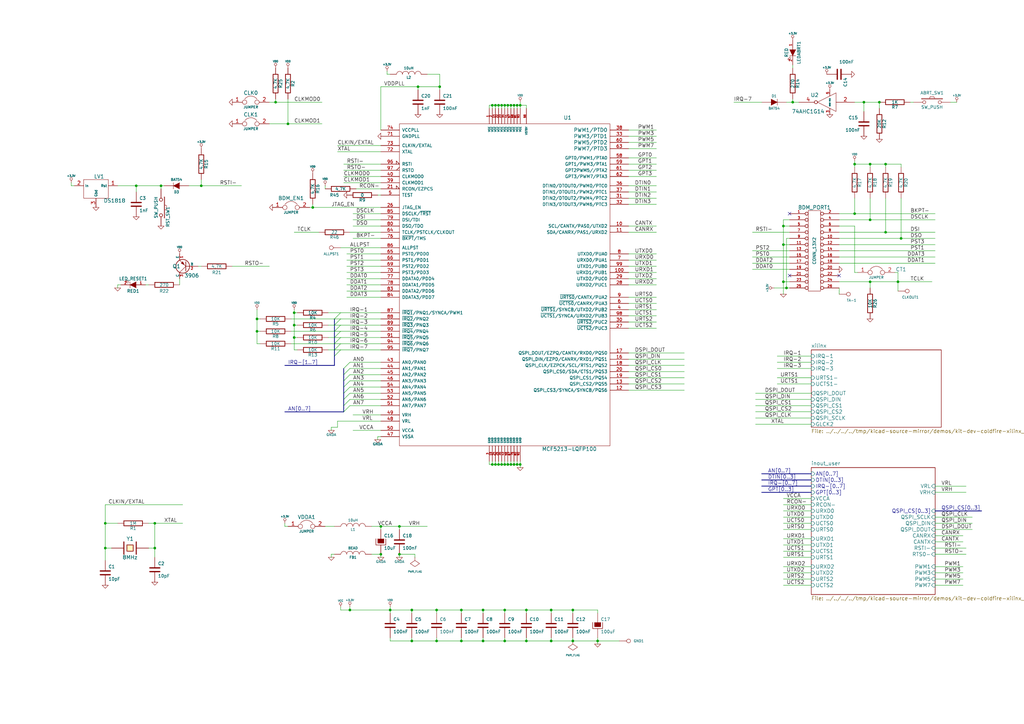
<source format=kicad_sch>
(kicad_sch (version 20230121) (generator eeschema)
  (paper "A3")
  (title_block (title "Dev kit coldfire 5213") (date "8 feb 2008") (rev "0"))
  (junction (at 325.12 41.91))
  (junction (at 82.55 76.2))
  (junction (at 43.18 214.63))
  (junction (at 350.52 87.63))
  (junction (at 156.21 227.33))
  (junction (at 105.41 135.89))
  (junction (at 118.11 50.8))
  (junction (at 179.07 262.89))
  (junction (at 105.41 130.81))
  (junction (at 369.57 97.79))
  (junction (at 179.07 250.19))
  (junction (at 245.11 262.89))
  (junction (at 43.18 224.79))
  (junction (at 120.65 133.35))
  (junction (at 55.88 76.2))
  (junction (at 189.23 262.89))
  (junction (at 321.31 92.71))
  (junction (at 168.91 250.19))
  (junction (at 128.27 85.09))
  (junction (at 156.21 215.9))
  (junction (at 66.04 76.2))
  (junction (at 356.87 115.57))
  (junction (at 113.03 41.91))
  (junction (at 189.23 250.19))
  (junction (at 213.36 190.5))
  (junction (at 321.31 115.57))
  (junction (at 207.01 43.18))
  (junction (at 203.2 43.18))
  (junction (at 226.06 250.19))
  (junction (at 204.47 43.18))
  (junction (at 201.93 190.5))
  (junction (at 354.33 41.91))
  (junction (at 226.06 262.89))
  (junction (at 207.01 250.19))
  (junction (at 350.52 67.31))
  (junction (at 213.36 43.18))
  (junction (at 198.12 250.19))
  (junction (at 360.68 41.91))
  (junction (at 209.55 43.18))
  (junction (at 210.82 43.18))
  (junction (at 208.28 190.5))
  (junction (at 321.31 100.33))
  (junction (at 160.02 250.19))
  (junction (at 215.9 262.89))
  (junction (at 210.82 190.5))
  (junction (at 203.2 190.5))
  (junction (at 363.22 95.25))
  (junction (at 198.12 262.89))
  (junction (at 201.93 43.18))
  (junction (at 234.95 262.89))
  (junction (at 63.5 224.79))
  (junction (at 363.22 67.31))
  (junction (at 208.28 43.18))
  (junction (at 205.74 190.5))
  (junction (at 63.5 214.63))
  (junction (at 204.47 190.5))
  (junction (at 120.65 128.27))
  (junction (at 322.58 118.11))
  (junction (at 120.65 138.43))
  (junction (at 207.01 262.89))
  (junction (at 180.34 35.56))
  (junction (at 143.51 250.19))
  (junction (at 171.45 35.56))
  (junction (at 368.3 115.57))
  (junction (at 207.01 190.5))
  (junction (at 163.83 215.9))
  (junction (at 168.91 262.89))
  (junction (at 215.9 250.19))
  (junction (at 209.55 190.5))
  (junction (at 212.09 43.18))
  (junction (at 205.74 43.18))
  (junction (at 212.09 190.5))
  (junction (at 163.83 227.33))
  (junction (at 234.95 250.19))
  (junction (at 356.87 90.17))
  (junction (at 356.87 67.31))
  (no_connect (at 344.17 113.03))
  (no_connect (at 323.85 113.03))
  (no_connect (at 323.85 87.63))
  (bus_entry (at 137.16 146.05) (size 2.54 -2.54))
  (bus_entry (at 137.16 140.97) (size 2.54 -2.54))
  (bus_entry (at 140.97 153.67) (size 2.54 -2.54))
  (bus_entry (at 137.16 133.35) (size 2.54 -2.54))
  (bus_entry (at 140.97 161.29) (size 2.54 -2.54))
  (bus_entry (at 140.97 158.75) (size 2.54 -2.54))
  (bus_entry (at 140.97 166.37) (size 2.54 -2.54))
  (bus_entry (at 140.97 151.13) (size 2.54 -2.54))
  (bus_entry (at 137.16 143.51) (size 2.54 -2.54))
  (bus_entry (at 140.97 168.91) (size 2.54 -2.54))
  (bus_entry (at 137.16 138.43) (size 2.54 -2.54))
  (bus_entry (at 140.97 163.83) (size 2.54 -2.54))
  (bus_entry (at 137.16 135.89) (size 2.54 -2.54))
  (bus_entry (at 140.97 156.21) (size 2.54 -2.54))
  (bus_entry (at 137.16 130.81) (size 2.54 -2.54))
  (wire (pts (xy 110.49 41.91) (xy 113.03 41.91)))
  (wire (pts (xy 369.57 67.31) (xy 369.57 68.58)))
  (wire (pts (xy 105.41 135.89) (xy 105.41 140.97)))
  (wire (pts (xy 135.89 175.26) (xy 138.43 175.26)))
  (wire (pts (xy 392.43 41.91) (xy 389.89 41.91)))
  (wire (pts (xy 269.24 81.28) (xy 257.81 81.28)))
  (wire (pts (xy 207.01 250.19) (xy 207.01 251.46)))
  (wire (pts (xy 332.74 163.83) (xy 309.88 163.83)))
  (wire (pts (xy 198.12 250.19) (xy 207.01 250.19)))
  (wire (pts (xy 160.02 261.62) (xy 160.02 262.89)))
  (wire (pts (xy 332.74 240.03) (xy 321.31 240.03)))
  (bus (pts (xy 402.59 209.55) (xy 383.54 209.55)))
  (wire (pts (xy 144.78 87.63) (xy 156.21 87.63)))
  (wire (pts (xy 383.54 227.33) (xy 396.24 227.33)))
  (wire (pts (xy 120.65 138.43) (xy 120.65 143.51)))
  (wire (pts (xy 213.36 43.18) (xy 213.36 44.45)))
  (wire (pts (xy 163.83 227.33) (xy 163.83 228.6)))
  (bus (pts (xy 140.97 163.83) (xy 140.97 166.37)))
  (wire (pts (xy 156.21 35.56) (xy 156.21 53.34)))
  (wire (pts (xy 332.74 234.95) (xy 321.31 234.95)))
  (wire (pts (xy 134.62 133.35) (xy 137.16 133.35)))
  (wire (pts (xy 269.24 129.54) (xy 257.81 129.54)))
  (wire (pts (xy 210.82 43.18) (xy 210.82 44.45)))
  (wire (pts (xy 156.21 179.07) (xy 154.94 179.07)))
  (wire (pts (xy 204.47 190.5) (xy 205.74 190.5)))
  (wire (pts (xy 179.07 250.19) (xy 179.07 251.46)))
  (wire (pts (xy 139.7 138.43) (xy 156.21 138.43)))
  (wire (pts (xy 73.66 114.3) (xy 73.66 116.84)))
  (wire (pts (xy 356.87 115.57) (xy 356.87 118.11)))
  (wire (pts (xy 203.2 43.18) (xy 204.47 43.18)))
  (wire (pts (xy 368.3 111.76) (xy 368.3 115.57)))
  (wire (pts (xy 138.43 175.26) (xy 138.43 172.72)))
  (wire (pts (xy 77.47 76.2) (xy 82.55 76.2)))
  (wire (pts (xy 139.7 133.35) (xy 156.21 133.35)))
  (wire (pts (xy 269.24 76.2) (xy 257.81 76.2)))
  (wire (pts (xy 48.26 116.84) (xy 48.26 118.11)))
  (wire (pts (xy 318.77 154.94) (xy 332.74 154.94)))
  (wire (pts (xy 140.97 67.31) (xy 156.21 67.31)))
  (wire (pts (xy 269.24 104.14) (xy 257.81 104.14)))
  (wire (pts (xy 351.79 111.76) (xy 350.52 111.76)))
  (wire (pts (xy 156.21 116.84) (xy 142.24 116.84)))
  (wire (pts (xy 198.12 262.89) (xy 198.12 261.62)))
  (wire (pts (xy 205.74 190.5) (xy 207.01 190.5)))
  (wire (pts (xy 309.88 173.99) (xy 332.74 173.99)))
  (wire (pts (xy 332.74 171.45) (xy 309.88 171.45)))
  (wire (pts (xy 269.24 83.82) (xy 257.81 83.82)))
  (wire (pts (xy 156.21 163.83) (xy 143.51 163.83)))
  (wire (pts (xy 383.54 212.09) (xy 398.78 212.09)))
  (wire (pts (xy 82.55 73.66) (xy 82.55 76.2)))
  (wire (pts (xy 208.28 190.5) (xy 208.28 189.23)))
  (wire (pts (xy 322.58 41.91) (xy 325.12 41.91)))
  (wire (pts (xy 105.41 127) (xy 105.41 130.81)))
  (wire (pts (xy 156.21 161.29) (xy 143.51 161.29)))
  (wire (pts (xy 204.47 43.18) (xy 204.47 44.45)))
  (wire (pts (xy 55.88 76.2) (xy 66.04 76.2)))
  (wire (pts (xy 396.24 201.93) (xy 383.54 201.93)))
  (wire (pts (xy 60.96 224.79) (xy 63.5 224.79)))
  (wire (pts (xy 175.26 30.48) (xy 180.34 30.48)))
  (wire (pts (xy 321.31 100.33) (xy 321.31 115.57)))
  (wire (pts (xy 226.06 262.89) (xy 226.06 261.62)))
  (wire (pts (xy 209.55 190.5) (xy 209.55 189.23)))
  (wire (pts (xy 383.54 100.33) (xy 344.17 100.33)))
  (wire (pts (xy 105.41 130.81) (xy 105.41 135.89)))
  (wire (pts (xy 82.55 109.22) (xy 81.28 109.22)))
  (wire (pts (xy 207.01 262.89) (xy 207.01 261.62)))
  (wire (pts (xy 168.91 262.89) (xy 179.07 262.89)))
  (wire (pts (xy 156.21 151.13) (xy 143.51 151.13)))
  (wire (pts (xy 234.95 262.89) (xy 245.11 262.89)))
  (bus (pts (xy 137.16 143.51) (xy 137.16 146.05)))
  (wire (pts (xy 137.16 227.33) (xy 135.89 227.33)))
  (wire (pts (xy 213.36 189.23) (xy 213.36 190.5)))
  (wire (pts (xy 369.57 81.28) (xy 369.57 97.79)))
  (wire (pts (xy 332.74 237.49) (xy 321.31 237.49)))
  (wire (pts (xy 215.9 250.19) (xy 226.06 250.19)))
  (wire (pts (xy 139.7 143.51) (xy 156.21 143.51)))
  (wire (pts (xy 210.82 190.5) (xy 212.09 190.5)))
  (wire (pts (xy 135.89 227.33) (xy 135.89 228.6)))
  (bus (pts (xy 140.97 161.29) (xy 140.97 163.83)))
  (wire (pts (xy 300.99 41.91) (xy 312.42 41.91)))
  (wire (pts (xy 207.01 190.5) (xy 207.01 189.23)))
  (wire (pts (xy 356.87 67.31) (xy 363.22 67.31)))
  (wire (pts (xy 170.18 227.33) (xy 163.83 227.33)))
  (wire (pts (xy 198.12 250.19) (xy 198.12 251.46)))
  (wire (pts (xy 322.58 118.11) (xy 323.85 118.11)))
  (wire (pts (xy 204.47 190.5) (xy 204.47 189.23)))
  (wire (pts (xy 120.65 128.27) (xy 120.65 133.35)))
  (bus (pts (xy 137.16 130.81) (xy 137.16 133.35)))
  (wire (pts (xy 363.22 67.31) (xy 369.57 67.31)))
  (wire (pts (xy 163.83 215.9) (xy 175.26 215.9)))
  (wire (pts (xy 139.7 250.19) (xy 143.51 250.19)))
  (wire (pts (xy 205.74 43.18) (xy 207.01 43.18)))
  (wire (pts (xy 213.36 43.18) (xy 215.9 43.18)))
  (wire (pts (xy 133.35 215.9) (xy 137.16 215.9)))
  (wire (pts (xy 269.24 116.84) (xy 257.81 116.84)))
  (bus (pts (xy 137.16 140.97) (xy 137.16 143.51)))
  (wire (pts (xy 171.45 35.56) (xy 180.34 35.56)))
  (wire (pts (xy 113.03 41.91) (xy 132.08 41.91)))
  (wire (pts (xy 394.97 219.71) (xy 383.54 219.71)))
  (wire (pts (xy 43.18 214.63) (xy 48.26 214.63)))
  (wire (pts (xy 210.82 43.18) (xy 212.09 43.18)))
  (wire (pts (xy 332.74 166.37) (xy 309.88 166.37)))
  (wire (pts (xy 156.21 106.68) (xy 142.24 106.68)))
  (wire (pts (xy 156.21 95.25) (xy 143.51 95.25)))
  (wire (pts (xy 269.24 92.71) (xy 257.81 92.71)))
  (wire (pts (xy 144.78 92.71) (xy 156.21 92.71)))
  (wire (pts (xy 180.34 30.48) (xy 180.34 35.56)))
  (wire (pts (xy 168.91 250.19) (xy 179.07 250.19)))
  (bus (pts (xy 140.97 151.13) (xy 140.97 153.67)))
  (wire (pts (xy 134.62 138.43) (xy 137.16 138.43)))
  (wire (pts (xy 321.31 90.17) (xy 323.85 90.17)))
  (wire (pts (xy 137.16 130.81) (xy 139.7 130.81)))
  (wire (pts (xy 120.65 143.51) (xy 121.92 143.51)))
  (wire (pts (xy 119.38 135.89) (xy 137.16 135.89)))
  (wire (pts (xy 323.85 107.95) (xy 308.61 107.95)))
  (wire (pts (xy 257.81 157.48) (xy 280.67 157.48)))
  (wire (pts (xy 133.35 77.47) (xy 133.35 76.2)))
  (wire (pts (xy 63.5 224.79) (xy 63.5 228.6)))
  (wire (pts (xy 226.06 262.89) (xy 234.95 262.89)))
  (wire (pts (xy 29.21 74.93) (xy 29.21 76.2)))
  (wire (pts (xy 156.21 148.59) (xy 143.51 148.59)))
  (wire (pts (xy 43.18 224.79) (xy 43.18 229.87)))
  (wire (pts (xy 323.85 92.71) (xy 321.31 92.71)))
  (wire (pts (xy 144.78 170.18) (xy 156.21 170.18)))
  (wire (pts (xy 139.7 130.81) (xy 156.21 130.81)))
  (wire (pts (xy 119.38 140.97) (xy 137.16 140.97)))
  (wire (pts (xy 350.52 67.31) (xy 350.52 68.58)))
  (wire (pts (xy 269.24 72.39) (xy 257.81 72.39)))
  (wire (pts (xy 350.52 87.63) (xy 383.54 87.63)))
  (wire (pts (xy 137.16 135.89) (xy 139.7 135.89)))
  (wire (pts (xy 119.38 130.81) (xy 137.16 130.81)))
  (wire (pts (xy 350.52 81.28) (xy 350.52 87.63)))
  (wire (pts (xy 139.7 140.97) (xy 156.21 140.97)))
  (wire (pts (xy 321.31 100.33) (xy 323.85 100.33)))
  (wire (pts (xy 209.55 43.18) (xy 209.55 44.45)))
  (wire (pts (xy 269.24 124.46) (xy 257.81 124.46)))
  (wire (pts (xy 207.01 262.89) (xy 215.9 262.89)))
  (wire (pts (xy 156.21 101.6) (xy 139.7 101.6)))
  (wire (pts (xy 29.21 76.2) (xy 30.48 76.2)))
  (wire (pts (xy 321.31 115.57) (xy 321.31 120.65)))
  (wire (pts (xy 269.24 58.42) (xy 257.81 58.42)))
  (bus (pts (xy 312.42 201.93) (xy 332.74 201.93)))
  (bus (pts (xy 140.97 156.21) (xy 140.97 158.75)))
  (wire (pts (xy 332.74 232.41) (xy 321.31 232.41)))
  (wire (pts (xy 212.09 43.18) (xy 213.36 43.18)))
  (wire (pts (xy 245.11 262.89) (xy 245.11 264.16)))
  (wire (pts (xy 134.62 128.27) (xy 139.7 128.27)))
  (wire (pts (xy 332.74 161.29) (xy 309.88 161.29)))
  (bus (pts (xy 140.97 158.75) (xy 140.97 161.29)))
  (wire (pts (xy 208.28 43.18) (xy 208.28 44.45)))
  (wire (pts (xy 394.97 237.49) (xy 383.54 237.49)))
  (wire (pts (xy 360.68 41.91) (xy 360.68 44.45)))
  (wire (pts (xy 323.85 97.79) (xy 322.58 97.79)))
  (wire (pts (xy 152.4 215.9) (xy 156.21 215.9)))
  (bus (pts (xy 137.16 135.89) (xy 137.16 138.43)))
  (wire (pts (xy 118.11 215.9) (xy 116.84 215.9)))
  (wire (pts (xy 152.4 227.33) (xy 156.21 227.33)))
  (wire (pts (xy 168.91 261.62) (xy 168.91 262.89)))
  (wire (pts (xy 180.34 35.56) (xy 180.34 36.83)))
  (wire (pts (xy 332.74 212.09) (xy 321.31 212.09)))
  (wire (pts (xy 163.83 215.9) (xy 163.83 217.17)))
  (wire (pts (xy 215.9 262.89) (xy 226.06 262.89)))
  (wire (pts (xy 344.17 90.17) (xy 356.87 90.17)))
  (wire (pts (xy 171.45 36.83) (xy 171.45 35.56)))
  (wire (pts (xy 137.16 140.97) (xy 139.7 140.97)))
  (wire (pts (xy 207.01 250.19) (xy 215.9 250.19)))
  (wire (pts (xy 156.21 217.17) (xy 156.21 215.9)))
  (wire (pts (xy 201.93 43.18) (xy 203.2 43.18)))
  (wire (pts (xy 43.18 224.79) (xy 45.72 224.79)))
  (wire (pts (xy 234.95 251.46) (xy 234.95 250.19)))
  (wire (pts (xy 368.3 115.57) (xy 382.27 115.57)))
  (wire (pts (xy 156.21 166.37) (xy 143.51 166.37)))
  (wire (pts (xy 203.2 43.18) (xy 203.2 44.45)))
  (wire (pts (xy 160.02 30.48) (xy 158.75 30.48)))
  (wire (pts (xy 135.89 176.53) (xy 135.89 175.26)))
  (wire (pts (xy 156.21 114.3) (xy 142.24 114.3)))
  (wire (pts (xy 396.24 199.39) (xy 383.54 199.39)))
  (wire (pts (xy 203.2 190.5) (xy 203.2 189.23)))
  (wire (pts (xy 208.28 43.18) (xy 209.55 43.18)))
  (wire (pts (xy 212.09 189.23) (xy 212.09 190.5)))
  (wire (pts (xy 138.43 62.23) (xy 156.21 62.23)))
  (wire (pts (xy 354.33 45.72) (xy 354.33 41.91)))
  (wire (pts (xy 130.81 95.25) (xy 120.65 95.25)))
  (bus (pts (xy 140.97 168.91) (xy 116.84 168.91)))
  (wire (pts (xy 189.23 262.89) (xy 198.12 262.89)))
  (wire (pts (xy 60.96 214.63) (xy 63.5 214.63)))
  (wire (pts (xy 269.24 78.74) (xy 257.81 78.74)))
  (wire (pts (xy 215.9 250.19) (xy 215.9 251.46)))
  (wire (pts (xy 369.57 97.79) (xy 383.54 97.79)))
  (wire (pts (xy 66.04 77.47) (xy 66.04 76.2)))
  (wire (pts (xy 269.24 109.22) (xy 257.81 109.22)))
  (wire (pts (xy 66.04 76.2) (xy 67.31 76.2)))
  (wire (pts (xy 120.65 127) (xy 120.65 128.27)))
  (wire (pts (xy 179.07 262.89) (xy 179.07 261.62)))
  (wire (pts (xy 269.24 106.68) (xy 257.81 106.68)))
  (bus (pts (xy 312.42 199.39) (xy 332.74 199.39)))
  (wire (pts (xy 332.74 226.06) (xy 321.31 226.06)))
  (wire (pts (xy 156.21 215.9) (xy 163.83 215.9)))
  (wire (pts (xy 95.25 109.22) (xy 110.49 109.22)))
  (wire (pts (xy 257.81 154.94) (xy 280.67 154.94)))
  (wire (pts (xy 205.74 190.5) (xy 205.74 189.23)))
  (wire (pts (xy 325.12 41.91) (xy 327.66 41.91)))
  (wire (pts (xy 394.97 232.41) (xy 383.54 232.41)))
  (wire (pts (xy 356.87 81.28) (xy 356.87 90.17)))
  (wire (pts (xy 356.87 90.17) (xy 383.54 90.17)))
  (wire (pts (xy 269.24 69.85) (xy 257.81 69.85)))
  (wire (pts (xy 269.24 60.96) (xy 257.81 60.96)))
  (wire (pts (xy 105.41 130.81) (xy 106.68 130.81)))
  (wire (pts (xy 110.49 50.8) (xy 118.11 50.8)))
  (wire (pts (xy 321.31 115.57) (xy 323.85 115.57)))
  (wire (pts (xy 212.09 43.18) (xy 212.09 44.45)))
  (wire (pts (xy 245.11 261.62) (xy 245.11 262.89)))
  (wire (pts (xy 245.11 250.19) (xy 245.11 251.46)))
  (wire (pts (xy 198.12 262.89) (xy 207.01 262.89)))
  (wire (pts (xy 156.21 111.76) (xy 142.24 111.76)))
  (wire (pts (xy 257.81 160.02) (xy 280.67 160.02)))
  (wire (pts (xy 134.62 143.51) (xy 137.16 143.51)))
  (wire (pts (xy 269.24 132.08) (xy 257.81 132.08)))
  (wire (pts (xy 120.65 133.35) (xy 120.65 138.43)))
  (wire (pts (xy 113.03 40.64) (xy 113.03 41.91)))
  (wire (pts (xy 138.43 59.69) (xy 156.21 59.69)))
  (wire (pts (xy 344.17 92.71) (xy 350.52 92.71)))
  (wire (pts (xy 344.17 97.79) (xy 369.57 97.79)))
  (wire (pts (xy 332.74 168.91) (xy 309.88 168.91)))
  (wire (pts (xy 321.31 92.71) (xy 321.31 100.33)))
  (wire (pts (xy 156.21 104.14) (xy 142.24 104.14)))
  (wire (pts (xy 49.53 116.84) (xy 48.26 116.84)))
  (wire (pts (xy 257.81 149.86) (xy 280.67 149.86)))
  (wire (pts (xy 368.3 115.57) (xy 368.3 119.38)))
  (bus (pts (xy 312.42 196.85) (xy 332.74 196.85)))
  (wire (pts (xy 143.51 250.19) (xy 160.02 250.19)))
  (wire (pts (xy 318.77 151.13) (xy 332.74 151.13)))
  (wire (pts (xy 156.21 153.67) (xy 143.51 153.67)))
  (wire (pts (xy 257.81 144.78) (xy 280.67 144.78)))
  (wire (pts (xy 394.97 222.25) (xy 383.54 222.25)))
  (wire (pts (xy 156.21 156.21) (xy 143.51 156.21)))
  (wire (pts (xy 325.12 40.64) (xy 325.12 41.91)))
  (wire (pts (xy 200.66 43.18) (xy 201.93 43.18)))
  (wire (pts (xy 139.7 250.19) (xy 139.7 248.92)))
  (bus (pts (xy 140.97 153.67) (xy 140.97 156.21)))
  (wire (pts (xy 128.27 83.82) (xy 128.27 85.09)))
  (wire (pts (xy 170.18 227.33) (xy 170.18 228.6)))
  (wire (pts (xy 156.21 227.33) (xy 156.21 228.6)))
  (wire (pts (xy 245.11 262.89) (xy 254 262.89)))
  (wire (pts (xy 394.97 240.03) (xy 383.54 240.03)))
  (wire (pts (xy 332.74 220.98) (xy 321.31 220.98)))
  (wire (pts (xy 138.43 172.72) (xy 156.21 172.72)))
  (wire (pts (xy 156.21 119.38) (xy 142.24 119.38)))
  (wire (pts (xy 318.77 157.48) (xy 332.74 157.48)))
  (wire (pts (xy 318.77 146.05) (xy 332.74 146.05)))
  (wire (pts (xy 207.01 43.18) (xy 208.28 43.18)))
  (wire (pts (xy 322.58 97.79) (xy 322.58 118.11)))
  (wire (pts (xy 160.02 248.92) (xy 160.02 250.19)))
  (wire (pts (xy 332.74 223.52) (xy 321.31 223.52)))
  (wire (pts (xy 82.55 76.2) (xy 99.06 76.2)))
  (wire (pts (xy 156.21 121.92) (xy 142.24 121.92)))
  (wire (pts (xy 269.24 64.77) (xy 257.81 64.77)))
  (wire (pts (xy 215.9 43.18) (xy 215.9 44.45)))
  (bus (pts (xy 137.16 138.43) (xy 137.16 140.97)))
  (wire (pts (xy 332.74 214.63) (xy 321.31 214.63)))
  (wire (pts (xy 332.74 228.6) (xy 321.31 228.6)))
  (wire (pts (xy 383.54 217.17) (xy 398.78 217.17)))
  (wire (pts (xy 354.33 41.91) (xy 360.68 41.91)))
  (wire (pts (xy 139.7 135.89) (xy 156.21 135.89)))
  (wire (pts (xy 43.18 214.63) (xy 43.18 224.79)))
  (wire (pts (xy 350.52 41.91) (xy 354.33 41.91)))
  (wire (pts (xy 269.24 53.34) (xy 257.81 53.34)))
  (wire (pts (xy 156.21 80.01) (xy 154.94 80.01)))
  (wire (pts (xy 168.91 250.19) (xy 168.91 251.46)))
  (wire (pts (xy 200.66 190.5) (xy 200.66 189.23)))
  (wire (pts (xy 200.66 190.5) (xy 201.93 190.5)))
  (wire (pts (xy 128.27 85.09) (xy 156.21 85.09)))
  (wire (pts (xy 257.81 152.4) (xy 280.67 152.4)))
  (wire (pts (xy 203.2 190.5) (xy 204.47 190.5)))
  (wire (pts (xy 74.93 207.01) (xy 43.18 207.01)))
  (wire (pts (xy 350.52 66.04) (xy 350.52 67.31)))
  (wire (pts (xy 350.52 92.71) (xy 350.52 111.76)))
  (wire (pts (xy 350.52 67.31) (xy 356.87 67.31)))
  (wire (pts (xy 140.97 72.39) (xy 156.21 72.39)))
  (wire (pts (xy 210.82 190.5) (xy 210.82 189.23)))
  (wire (pts (xy 156.21 77.47) (xy 146.05 77.47)))
  (wire (pts (xy 120.65 133.35) (xy 121.92 133.35)))
  (wire (pts (xy 363.22 95.25) (xy 383.54 95.25)))
  (wire (pts (xy 207.01 43.18) (xy 207.01 44.45)))
  (wire (pts (xy 374.65 41.91) (xy 373.38 41.91)))
  (wire (pts (xy 383.54 214.63) (xy 398.78 214.63)))
  (wire (pts (xy 269.24 127) (xy 257.81 127)))
  (wire (pts (xy 156.21 109.22) (xy 142.24 109.22)))
  (wire (pts (xy 257.81 147.32) (xy 280.67 147.32)))
  (wire (pts (xy 323.85 110.49) (xy 308.61 110.49)))
  (wire (pts (xy 43.18 207.01) (xy 43.18 214.63)))
  (wire (pts (xy 154.94 179.07) (xy 154.94 180.34)))
  (wire (pts (xy 321.31 204.47) (xy 332.74 204.47)))
  (wire (pts (xy 200.66 44.45) (xy 200.66 43.18)))
  (wire (pts (xy 234.95 250.19) (xy 245.11 250.19)))
  (wire (pts (xy 120.65 128.27) (xy 121.92 128.27)))
  (wire (pts (xy 356.87 67.31) (xy 356.87 68.58)))
  (wire (pts (xy 269.24 134.62) (xy 257.81 134.62)))
  (wire (pts (xy 156.21 176.53) (xy 144.78 176.53)))
  (wire (pts (xy 55.88 76.2) (xy 55.88 78.74)))
  (bus (pts (xy 140.97 166.37) (xy 140.97 168.91)))
  (wire (pts (xy 209.55 190.5) (xy 210.82 190.5)))
  (wire (pts (xy 105.41 140.97) (xy 106.68 140.97)))
  (wire (pts (xy 116.84 215.9) (xy 116.84 214.63)))
  (wire (pts (xy 308.61 95.25) (xy 323.85 95.25)))
  (wire (pts (xy 344.17 95.25) (xy 363.22 95.25)))
  (wire (pts (xy 118.11 40.64) (xy 118.11 50.8)))
  (wire (pts (xy 204.47 43.18) (xy 205.74 43.18)))
  (wire (pts (xy 226.06 250.19) (xy 234.95 250.19)))
  (wire (pts (xy 63.5 214.63) (xy 63.5 224.79)))
  (wire (pts (xy 139.7 128.27) (xy 156.21 128.27)))
  (wire (pts (xy 368.3 111.76) (xy 367.03 111.76)))
  (wire (pts (xy 269.24 55.88) (xy 257.81 55.88)))
  (wire (pts (xy 394.97 234.95) (xy 383.54 234.95)))
  (wire (pts (xy 127 85.09) (xy 128.27 85.09)))
  (wire (pts (xy 48.26 76.2) (xy 55.88 76.2)))
  (wire (pts (xy 323.85 102.87) (xy 308.61 102.87)))
  (wire (pts (xy 189.23 262.89) (xy 189.23 261.62)))
  (wire (pts (xy 209.55 43.18) (xy 210.82 43.18)))
  (wire (pts (xy 269.24 111.76) (xy 257.81 111.76)))
  (wire (pts (xy 269.24 67.31) (xy 257.81 67.31)))
  (wire (pts (xy 318.77 148.59) (xy 332.74 148.59)))
  (wire (pts (xy 215.9 262.89) (xy 215.9 261.62)))
  (wire (pts (xy 144.78 90.17) (xy 156.21 90.17)))
  (wire (pts (xy 160.02 250.19) (xy 168.91 250.19)))
  (wire (pts (xy 363.22 81.28) (xy 363.22 95.25)))
  (wire (pts (xy 140.97 69.85) (xy 156.21 69.85)))
  (wire (pts (xy 332.74 209.55) (xy 321.31 209.55)))
  (wire (pts (xy 201.93 190.5) (xy 201.93 189.23)))
  (wire (pts (xy 226.06 250.19) (xy 226.06 251.46)))
  (wire (pts (xy 105.41 135.89) (xy 106.68 135.89)))
  (wire (pts (xy 332.74 217.17) (xy 321.31 217.17)))
  (wire (pts (xy 383.54 224.79) (xy 396.24 224.79)))
  (wire (pts (xy 205.74 43.18) (xy 205.74 44.45)))
  (wire (pts (xy 118.11 50.8) (xy 132.08 50.8)))
  (wire (pts (xy 137.16 143.51) (xy 139.7 143.51)))
  (wire (pts (xy 140.97 74.93) (xy 156.21 74.93)))
  (wire (pts (xy 60.96 116.84) (xy 59.69 116.84)))
  (wire (pts (xy 121.92 138.43) (xy 120.65 138.43)))
  (wire (pts (xy 213.36 41.91) (xy 213.36 43.18)))
  (wire (pts (xy 383.54 107.95) (xy 344.17 107.95)))
  (wire (pts (xy 201.93 44.45) (xy 201.93 43.18)))
  (wire (pts (xy 344.17 87.63) (xy 350.52 87.63)))
  (bus (pts (xy 312.42 194.31) (xy 332.74 194.31)))
  (bus (pts (xy 137.16 146.05) (xy 137.16 149.86)))
  (wire (pts (xy 143.51 248.92) (xy 143.51 250.19)))
  (wire (pts (xy 179.07 250.19) (xy 189.23 250.19)))
  (wire (pts (xy 325.12 27.94) (xy 325.12 26.67)))
  (wire (pts (xy 213.36 190.5) (xy 213.36 191.77)))
  (wire (pts (xy 207.01 190.5) (xy 208.28 190.5)))
  (wire (pts (xy 137.16 133.35) (xy 139.7 133.35)))
  (wire (pts (xy 317.5 118.11) (xy 322.58 118.11)))
  (wire (pts (xy 179.07 262.89) (xy 189.23 262.89)))
  (wire (pts (xy 383.54 102.87) (xy 344.17 102.87)))
  (wire (pts (xy 201.93 190.5) (xy 203.2 190.5)))
  (bus (pts (xy 137.16 133.35) (xy 137.16 135.89)))
  (wire (pts (xy 269.24 95.25) (xy 257.81 95.25)))
  (wire (pts (xy 212.09 190.5) (xy 213.36 190.5)))
  (wire (pts (xy 323.85 105.41) (xy 308.61 105.41)))
  (wire (pts (xy 269.24 114.3) (xy 257.81 114.3)))
  (bus (pts (xy 137.16 149.86) (xy 116.84 149.86)))
  (wire (pts (xy 189.23 250.19) (xy 198.12 250.19)))
  (wire (pts (xy 356.87 115.57) (xy 368.3 115.57)))
  (wire (pts (xy 160.02 262.89) (xy 168.91 262.89)))
  (wire (pts (xy 158.75 30.48) (xy 158.75 29.21)))
  (wire (pts (xy 344.17 118.11) (xy 344.17 120.65)))
  (wire (pts (xy 144.78 97.79) (xy 156.21 97.79)))
  (wire (pts (xy 321.31 90.17) (xy 321.31 92.71)))
  (wire (pts (xy 63.5 214.63) (xy 74.93 214.63)))
  (wire (pts (xy 189.23 250.19) (xy 189.23 251.46)))
  (wire (pts (xy 344.17 115.57) (xy 356.87 115.57)))
  (wire (pts (xy 137.16 138.43) (xy 139.7 138.43)))
  (wire (pts (xy 269.24 121.92) (xy 257.81 121.92)))
  (wire (pts (xy 383.54 105.41) (xy 344.17 105.41)))
  (wire (pts (xy 208.28 190.5) (xy 209.55 190.5)))
  (wire (pts (xy 156.21 35.56) (xy 171.45 35.56)))
  (wire (pts (xy 363.22 67.31) (xy 363.22 68.58)))
  (wire (pts (xy 321.31 207.01) (xy 332.74 207.01)))
  (wire (pts (xy 156.21 158.75) (xy 143.51 158.75)))
  (wire (pts (xy 234.95 262.89) (xy 234.95 261.62)))
  (wire (pts (xy 160.02 250.19) (xy 160.02 251.46)))
  (label "CANRX" (at 386.08 219.71 0) (effects (font (size 1.524 1.524))))
  (label "QSPI_CS2" (at 260.35 157.48 0) (effects (font (size 1.524 1.524))))
  (label "UCTS2" (at 322.58 240.03 0) (effects (font (size 1.524 1.524))))
  (label "URXD0" (at 260.35 106.68 0) (effects (font (size 1.524 1.524))))
  (label "DDAT0" (at 143.51 114.3 0) (effects (font (size 1.524 1.524))))
  (label "DTIN1" (at 260.35 78.74 0) (effects (font (size 1.524 1.524))))
  (label "IRQ-2" (at 321.31 148.59 0) (effects (font (size 1.524 1.524))))
  (label "DSPI_DOUT" (at 313.69 161.29 0) (effects (font (size 1.524 1.524))))
  (label "BKPT-" (at 373.38 87.63 0) (effects (font (size 1.524 1.524))))
  (label "RSTI-" (at 90.17 76.2 0) (effects (font (size 1.524 1.524))))
  (label "XTAL" (at 138.43 62.23 0) (effects (font (size 1.524 1.524))))
  (label "CANTX" (at 386.08 222.25 0) (effects (font (size 1.524 1.524))))
  (label "IRQ-3" (at 321.31 151.13 0) (effects (font (size 1.524 1.524))))
  (label "UCTS1" (at 260.35 129.54 0) (effects (font (size 1.524 1.524))))
  (label "PWM3" (at 261.62 55.88 0) (effects (font (size 1.524 1.524))))
  (label "AN5" (at 144.78 161.29 0) (effects (font (size 1.524 1.524))))
  (label "QSPI_CS2" (at 313.69 168.91 0) (effects (font (size 1.524 1.524))))
  (label "AN1" (at 144.78 151.13 0) (effects (font (size 1.524 1.524))))
  (label "UTXD2" (at 322.58 234.95 0) (effects (font (size 1.524 1.524))))
  (label "DSO" (at 146.05 92.71 0) (effects (font (size 1.524 1.524))))
  (label "RSTI-" (at 142.24 67.31 0) (effects (font (size 1.524 1.524))))
  (label "URTS0" (at 260.35 121.92 0) (effects (font (size 1.524 1.524))))
  (label "AN3" (at 144.78 156.21 0) (effects (font (size 1.524 1.524))))
  (label "CLKMOD0" (at 140.97 72.39 0) (effects (font (size 1.524 1.524))))
  (label "DDAT1" (at 143.51 116.84 0) (effects (font (size 1.524 1.524))))
  (label "PST0" (at 309.88 105.41 0) (effects (font (size 1.524 1.524))))
  (label "GPT3" (at 261.62 72.39 0) (effects (font (size 1.524 1.524))))
  (label "CLKMOD1" (at 140.97 74.93 0) (effects (font (size 1.524 1.524))))
  (label "URTS0" (at 322.58 217.17 0) (effects (font (size 1.524 1.524))))
  (label "AN6" (at 144.78 163.83 0) (effects (font (size 1.524 1.524))))
  (label "VRL" (at 148.59 172.72 0) (effects (font (size 1.524 1.524))))
  (label "DSI" (at 146.05 90.17 0) (effects (font (size 1.524 1.524))))
  (label "CLKMOD1" (at 120.65 50.8 0) (effects (font (size 1.524 1.524))))
  (label "PWM1" (at 387.35 232.41 0) (effects (font (size 1.524 1.524))))
  (label "RSTO-" (at 387.35 227.33 0) (effects (font (size 1.524 1.524))))
  (label "AN2" (at 144.78 153.67 0) (effects (font (size 1.524 1.524))))
  (label "UTXD2" (at 260.35 114.3 0) (effects (font (size 1.524 1.524))))
  (label "DSI" (at 373.38 95.25 0) (effects (font (size 1.524 1.524))))
  (label "URTS1" (at 320.04 154.94 0) (effects (font (size 1.524 1.524))))
  (label "QSPI_DIN" (at 260.35 147.32 0) (effects (font (size 1.524 1.524))))
  (label "URXD2" (at 260.35 116.84 0) (effects (font (size 1.524 1.524))))
  (label "VCCA" (at 322.58 204.47 0) (effects (font (size 1.524 1.524))))
  (label "QSPI_DIN" (at 313.69 163.83 0) (effects (font (size 1.524 1.524))))
  (label "IRQ-1" (at 143.51 128.27 0) (effects (font (size 1.524 1.524))))
  (label "UCTS0" (at 260.35 124.46 0) (effects (font (size 1.524 1.524))))
  (label "QSPI_CLK" (at 260.35 149.86 0) (effects (font (size 1.524 1.524))))
  (label "UCTS0" (at 322.58 214.63 0) (effects (font (size 1.524 1.524))))
  (label "DSPI_DOUT" (at 260.35 144.78 0) (effects (font (size 1.524 1.524))))
  (label "QSPI_CS0" (at 260.35 152.4 0) (effects (font (size 1.524 1.524))))
  (label "PWM7" (at 261.62 60.96 0) (effects (font (size 1.524 1.524))))
  (label "URXD1" (at 260.35 111.76 0) (effects (font (size 1.524 1.524))))
  (label "DDAT3" (at 143.51 121.92 0) (effects (font (size 1.524 1.524))))
  (label "CANTX" (at 260.35 92.71 0) (effects (font (size 1.524 1.524))))
  (label "VRH" (at 386.08 201.93 0) (effects (font (size 1.524 1.524))))
  (label "QSPI_CS[0..3]" (at 386.08 209.55 0) (effects (font (size 1.524 1.524))))
  (label "PST1" (at 373.38 102.87 0) (effects (font (size 1.524 1.524))))
  (label "RSTO-" (at 100.33 109.22 0) (effects (font (size 1.524 1.524))))
  (label "DDAT2" (at 309.88 107.95 0) (effects (font (size 1.524 1.524))))
  (label "URTS1" (at 322.58 228.6 0) (effects (font (size 1.524 1.524))))
  (label "GPT2" (at 261.62 69.85 0) (effects (font (size 1.524 1.524))))
  (label "DSCLK" (at 146.05 87.63 0) (effects (font (size 1.524 1.524))))
  (label "RSTO-" (at 142.24 69.85 0) (effects (font (size 1.524 1.524))))
  (label "VRH" (at 148.59 170.18 0) (effects (font (size 1.524 1.524))))
  (label "PST2" (at 309.88 102.87 0) (effects (font (size 1.524 1.524))))
  (label "DTIN[0..3]" (at 314.96 196.85 0) (effects (font (size 1.524 1.524))))
  (label "IRQ-[1..7]" (at 118.11 149.86 0) (effects (font (size 1.524 1.524))))
  (label "PST3" (at 373.38 100.33 0) (effects (font (size 1.524 1.524))))
  (label "URTS2" (at 322.58 237.49 0) (effects (font (size 1.524 1.524))))
  (label "PST3" (at 143.51 111.76 0) (effects (font (size 1.524 1.524))))
  (label "AN4" (at 144.78 158.75 0) (effects (font (size 1.524 1.524))))
  (label "PWM3" (at 387.35 234.95 0) (effects (font (size 1.524 1.524))))
  (label "RCON-" (at 322.58 207.01 0) (effects (font (size 1.524 1.524))))
  (label "VCCA" (at 147.32 176.53 0) (effects (font (size 1.524 1.524))))
  (label "RSTI-" (at 387.35 224.79 0) (effects (font (size 1.524 1.524))))
  (label "URXD0" (at 322.58 209.55 0) (effects (font (size 1.524 1.524))))
  (label "GPT1" (at 261.62 67.31 0) (effects (font (size 1.524 1.524))))
  (label "ALLPST" (at 143.51 101.6 0) (effects (font (size 1.524 1.524))))
  (label "DSCLK" (at 373.38 90.17 0) (effects (font (size 1.524 1.524))))
  (label "IRQ-3" (at 143.51 133.35 0) (effects (font (size 1.524 1.524))))
  (label "CLKIN/EXTAL" (at 138.43 59.69 0) (effects (font (size 1.524 1.524))))
  (label "QSPI_CLK" (at 313.69 171.45 0) (effects (font (size 1.524 1.524))))
  (label "UTXD0" (at 260.35 104.14 0) (effects (font (size 1.524 1.524))))
  (label "GPT[0..3]" (at 314.96 201.93 0) (effects (font (size 1.524 1.524))))
  (label "AN7" (at 144.78 166.37 0) (effects (font (size 1.524 1.524))))
  (label "UTXD1" (at 322.58 223.52 0) (effects (font (size 1.524 1.524))))
  (label "DDAT1" (at 372.11 107.95 0) (effects (font (size 1.524 1.524))))
  (label "XTAL" (at 67.31 214.63 0) (effects (font (size 1.524 1.524))))
  (label "PWM1" (at 261.62 53.34 0) (effects (font (size 1.524 1.524))))
  (label "QSPI_CLK" (at 386.08 212.09 0) (effects (font (size 1.524 1.524))))
  (label "DDAT2" (at 143.51 119.38 0) (effects (font (size 1.524 1.524))))
  (label "QSPI_DIN" (at 386.08 214.63 0) (effects (font (size 1.524 1.524))))
  (label "RCON-" (at 147.32 77.47 0) (effects (font (size 1.524 1.524))))
  (label "URXD2" (at 322.58 232.41 0) (effects (font (size 1.524 1.524))))
  (label "CLKIN/EXTAL" (at 44.45 207.01 0) (effects (font (size 1.524 1.524))))
  (label "IRQ-5" (at 143.51 138.43 0) (effects (font (size 1.524 1.524))))
  (label "UCTS2" (at 260.35 134.62 0) (effects (font (size 1.524 1.524))))
  (label "DSPI_DOUT" (at 386.08 217.17 0) (effects (font (size 1.524 1.524))))
  (label "BKPT-" (at 146.05 97.79 0) (effects (font (size 1.524 1.524))))
  (label "VCCA" (at 154.94 215.9 0) (effects (font (size 1.524 1.524))))
  (label "IRQ-1" (at 321.31 146.05 0) (effects (font (size 1.524 1.524))))
  (label "PWM7" (at 387.35 240.03 0) (effects (font (size 1.524 1.524))))
  (label "QSPI_CS1" (at 260.35 154.94 0) (effects (font (size 1.524 1.524))))
  (label "VRL" (at 386.08 199.39 0) (effects (font (size 1.524 1.524))))
  (label "IRQ-7" (at 143.51 143.51 0) (effects (font (size 1.524 1.524))))
  (label "JTAG_EN" (at 135.89 85.09 0) (effects (font (size 1.524 1.524))))
  (label "IRQ-2" (at 143.51 130.81 0) (effects (font (size 1.524 1.524))))
  (label "VRH" (at 167.64 215.9 0) (effects (font (size 1.524 1.524))))
  (label "UTXD1" (at 260.35 109.22 0) (effects (font (size 1.524 1.524))))
  (label "PWM5" (at 261.62 58.42 0) (effects (font (size 1.524 1.524))))
  (label "TCLK" (at 373.38 115.57 0) (effects (font (size 1.524 1.524))))
  (label "PST2" (at 143.51 109.22 0) (effects (font (size 1.524 1.524))))
  (label "DSO" (at 373.38 97.79 0) (effects (font (size 1.524 1.524))))
  (label "DDAT0" (at 309.88 110.49 0) (effects (font (size 1.524 1.524))))
  (label "DTIN3" (at 260.35 83.82 0) (effects (font (size 1.524 1.524))))
  (label "URTS2" (at 260.35 132.08 0) (effects (font (size 1.524 1.524))))
  (label "CLKMOD0" (at 120.65 41.91 0) (effects (font (size 1.524 1.524))))
  (label "TCLK" (at 121.92 95.25 0) (effects (font (size 1.524 1.524))))
  (label "AN[0..7]" (at 118.11 168.91 0) (effects (font (size 1.524 1.524))))
  (label "URTS1" (at 260.35 127 0) (effects (font (size 1.524 1.524))))
  (label "VDDPLL" (at 157.48 35.56 0) (effects (font (size 1.524 1.524))))
  (label "IRQ-4" (at 143.51 135.89 0) (effects (font (size 1.524 1.524))))
  (label "URXD1" (at 322.58 220.98 0) (effects (font (size 1.524 1.524))))
  (label "DTIN0" (at 260.35 76.2 0) (effects (font (size 1.524 1.524))))
  (label "RSTI-" (at 309.88 95.25 0) (effects (font (size 1.524 1.524))))
  (label "QSPI_CS3" (at 260.35 160.02 0) (effects (font (size 1.524 1.524))))
  (label "IRQ-7" (at 300.99 41.91 0) (effects (font (size 1.524 1.524))))
  (label "PST1" (at 143.51 106.68 0) (effects (font (size 1.524 1.524))))
  (label "UTXD0" (at 322.58 212.09 0) (effects (font (size 1.524 1.524))))
  (label "XTAL" (at 316.23 173.99 0) (effects (font (size 1.524 1.524))))
  (label "QSPI_CS1" (at 313.69 166.37 0) (effects (font (size 1.524 1.524))))
  (label "DTIN2" (at 260.35 81.28 0) (effects (font (size 1.524 1.524))))
  (label "UCTS1" (at 320.04 157.48 0) (effects (font (size 1.524 1.524))))
  (label "CANRX" (at 260.35 95.25 0) (effects (font (size 1.524 1.524))))
  (label "IRQ-[0..7]" (at 314.96 199.39 0) (effects (font (size 1.524 1.524))))
  (label "PST0" (at 143.51 104.14 0) (effects (font (size 1.524 1.524))))
  (label "AN0" (at 144.78 148.59 0) (effects (font (size 1.524 1.524))))
  (label "AN[0..7]" (at 314.96 194.31 0) (effects (font (size 1.524 1.524))))
  (label "PWM5" (at 387.35 237.49 0) (effects (font (size 1.524 1.524))))
  (label "UCTS1" (at 322.58 226.06 0) (effects (font (size 1.524 1.524))))
  (label "DDAT3" (at 372.11 105.41 0) (effects (font (size 1.524 1.524))))
  (label "IRQ-6" (at 143.51 140.97 0) (effects (font (size 1.524 1.524))))
  (label "GPT0" (at 261.62 64.77 0) (effects (font (size 1.524 1.524))))
  (symbol (lib_id "kit-dev-coldfire-xilinx_5213-rescue:MCF5213-LQFP100") (at 207.01 116.84 0) (unit 1)
    (property "Reference" "U1" (at 231.14 48.26 0) (effects (font (size 1.524 1.524)) (justify left)))
    (property "Value" "MCF5213-LQFP100" (at 222.25 184.15 0) (effects (font (size 1.524 1.524)) (justify left)))
    (property "Footprint" "lib_smd:VQFP100" (effects hide))
  )
  (symbol (lib_id "kit-dev-coldfire-xilinx_5213-rescue:C") (at 160.02 256.54 0) (unit 1)
    (property "Reference" "C4" (at 161.29 254 0) (effects (justify left)))
    (property "Value" "100nF" (at 161.29 259.08 0) (effects (justify left)))
    (property "Footprint" "lib_smd:SM0805" (effects hide))
  )
  (symbol (lib_id "kit-dev-coldfire-xilinx_5213-rescue:C") (at 168.91 256.54 0) (unit 1)
    (property "Reference" "C5" (at 170.18 254 0) (effects (justify left)))
    (property "Value" "100nF" (at 170.18 259.08 0) (effects (justify left)))
    (property "Footprint" "lib_smd:SM0805" (effects hide))
  )
  (symbol (lib_id "kit-dev-coldfire-xilinx_5213-rescue:C") (at 189.23 256.54 0) (unit 1)
    (property "Reference" "C7" (at 190.5 254 0) (effects (justify left)))
    (property "Value" "100nF" (at 190.5 259.08 0) (effects (justify left)))
    (property "Footprint" "lib_smd:SM0805" (effects hide))
  )
  (symbol (lib_id "kit-dev-coldfire-xilinx_5213-rescue:C") (at 198.12 256.54 0) (unit 1)
    (property "Reference" "C8" (at 199.39 254 0) (effects (justify left)))
    (property "Value" "100nF" (at 199.39 259.08 0) (effects (justify left)))
    (property "Footprint" "lib_smd:SM0805" (effects hide))
  )
  (symbol (lib_id "kit-dev-coldfire-xilinx_5213-rescue:C") (at 207.01 256.54 0) (unit 1)
    (property "Reference" "C9" (at 208.28 254 0) (effects (justify left)))
    (property "Value" "100nF" (at 208.28 259.08 0) (effects (justify left)))
    (property "Footprint" "lib_smd:SM0805" (effects hide))
  )
  (symbol (lib_id "kit-dev-coldfire-xilinx_5213-rescue:C") (at 215.9 256.54 0) (unit 1)
    (property "Reference" "C10" (at 217.17 254 0) (effects (justify left)))
    (property "Value" "100nF" (at 217.17 259.08 0) (effects (justify left)))
    (property "Footprint" "lib_smd:SM0805" (effects hide))
  )
  (symbol (lib_id "kit-dev-coldfire-xilinx_5213-rescue:C") (at 226.06 256.54 0) (unit 1)
    (property "Reference" "C11" (at 227.33 254 0) (effects (justify left)))
    (property "Value" "100nF" (at 227.33 259.08 0) (effects (justify left)))
    (property "Footprint" "lib_smd:SM0805" (effects hide))
  )
  (symbol (lib_id "kit-dev-coldfire-xilinx_5213-rescue:C") (at 234.95 256.54 0) (unit 1)
    (property "Reference" "C12" (at 236.22 254 0) (effects (justify left)))
    (property "Value" "100nF" (at 236.22 259.08 0) (effects (justify left)))
    (property "Footprint" "lib_smd:SM0805" (effects hide))
  )
  (symbol (lib_id "kit-dev-coldfire-xilinx_5213-rescue:+3.3V") (at 143.51 248.92 0) (unit 1)
    (property "Reference" "#PWR050" (effects hide))
    (property "Value" "+3.3V" (at 143.51 246.126 0) (effects (font (size 0.762 0.762))))
  )
  (symbol (lib_id "kit-dev-coldfire-xilinx_5213-rescue:CP") (at 245.11 256.54 0) (unit 1)
    (property "Reference" "C17" (at 246.38 254 0) (effects (justify left)))
    (property "Value" "100uF" (at 246.38 259.08 0) (effects (justify left)))
    (property "Footprint" "lib_smd:SM1206POL" (effects hide))
  )
  (symbol (lib_id "kit-dev-coldfire-xilinx_5213-rescue:GND") (at 245.11 264.16 0) (unit 1)
    (property "Reference" "#PWR049" (effects hide))
    (property "Value" "GND" (effects hide))
  )
  (symbol (lib_id "kit-dev-coldfire-xilinx_5213-rescue:VDD") (at 160.02 248.92 0) (unit 1)
    (property "Reference" "#PWR048" (effects hide))
    (property "Value" "VDD" (at 160.02 246.126 0) (effects (font (size 0.762 0.762))))
  )
  (symbol (lib_id "kit-dev-coldfire-xilinx_5213-rescue:CONN_13X2") (at 334.01 102.87 0) (unit 1)
    (property "Reference" "BDM_PORT1" (at 334.01 85.09 0) (effects (font (size 1.524 1.524))))
    (property "Value" "CONN_13X2" (at 334.01 102.87 90))
    (property "Footprint" "pin_array:pin_array_13x2" (effects hide))
  )
  (symbol (lib_id "kit-dev-coldfire-xilinx_5213-rescue:GND") (at 321.31 120.65 0) (unit 1)
    (property "Reference" "#PWR047" (effects hide))
    (property "Value" "GND" (effects hide))
  )
  (symbol (lib_id "kit-dev-coldfire-xilinx_5213-rescue:GND") (at 344.17 110.49 90) (unit 1)
    (property "Reference" "#PWR046" (effects hide))
    (property "Value" "GND" (effects hide))
  )
  (symbol (lib_id "kit-dev-coldfire-xilinx_5213-rescue:JUMPER") (at 119.38 85.09 0) (unit 1)
    (property "Reference" "BDM_EN1" (at 119.38 81.28 0) (effects (font (size 1.524 1.524))))
    (property "Value" "JUMPER" (at 119.38 87.122 0) (effects (font (size 1.016 1.016))))
    (property "Footprint" "pin_array:PIN_ARRAY_2X1" (effects hide))
  )
  (symbol (lib_id "kit-dev-coldfire-xilinx_5213-rescue:R") (at 128.27 77.47 0) (unit 1)
    (property "Reference" "R16" (at 130.302 77.47 90))
    (property "Value" "4,7K" (at 128.27 77.47 90))
    (property "Footprint" "lib_smd:SM0805" (effects hide))
  )
  (symbol (lib_id "kit-dev-coldfire-xilinx_5213-rescue:GND") (at 95.25 41.91 270) (unit 1)
    (property "Reference" "#PWR045" (effects hide))
    (property "Value" "GND" (effects hide))
  )
  (symbol (lib_id "kit-dev-coldfire-xilinx_5213-rescue:VDD") (at 128.27 71.12 0) (unit 1)
    (property "Reference" "#PWR044" (effects hide))
    (property "Value" "VDD" (at 128.27 68.326 0) (effects (font (size 0.762 0.762))))
  )
  (symbol (lib_id "kit-dev-coldfire-xilinx_5213-rescue:C") (at 179.07 256.54 0) (unit 1)
    (property "Reference" "C6" (at 180.34 254 0) (effects (justify left)))
    (property "Value" "100nF" (at 180.34 259.08 0) (effects (justify left)))
    (property "Footprint" "lib_smd:SM0805" (effects hide))
  )
  (symbol (lib_id "kit-dev-coldfire-xilinx_5213-rescue:VDD") (at 213.36 41.91 0) (unit 1)
    (property "Reference" "#PWR043" (effects hide))
    (property "Value" "VDD" (at 213.36 39.116 0) (effects (font (size 0.762 0.762))))
  )
  (symbol (lib_id "kit-dev-coldfire-xilinx_5213-rescue:JUMPER") (at 102.87 41.91 0) (unit 1)
    (property "Reference" "CLK0" (at 102.87 38.1 0) (effects (font (size 1.524 1.524))))
    (property "Value" "JUMPER" (at 102.87 43.942 0) (effects (font (size 1.016 1.016))))
    (property "Footprint" "pin_array:PIN_ARRAY_2X1" (effects hide))
  )
  (symbol (lib_id "kit-dev-coldfire-xilinx_5213-rescue:JUMPER") (at 102.87 50.8 0) (unit 1)
    (property "Reference" "CLK1" (at 102.87 46.99 0) (effects (font (size 1.524 1.524))))
    (property "Value" "JUMPER" (at 102.87 52.832 0) (effects (font (size 1.016 1.016))))
    (property "Footprint" "pin_array:PIN_ARRAY_2X1" (effects hide))
  )
  (symbol (lib_id "kit-dev-coldfire-xilinx_5213-rescue:R") (at 113.03 34.29 0) (unit 1)
    (property "Reference" "R25" (at 115.062 34.29 90))
    (property "Value" "4,7K" (at 113.03 34.29 90))
    (property "Footprint" "lib_smd:SM0805" (effects hide))
  )
  (symbol (lib_id "kit-dev-coldfire-xilinx_5213-rescue:VDD") (at 113.03 27.94 0) (unit 1)
    (property "Reference" "#PWR042" (effects hide))
    (property "Value" "VDD" (at 113.03 25.146 0) (effects (font (size 0.762 0.762))))
  )
  (symbol (lib_id "kit-dev-coldfire-xilinx_5213-rescue:R") (at 118.11 34.29 0) (unit 1)
    (property "Reference" "R2" (at 120.142 34.29 90))
    (property "Value" "4,7K" (at 118.11 34.29 90))
    (property "Footprint" "lib_smd:SM0805" (effects hide))
  )
  (symbol (lib_id "kit-dev-coldfire-xilinx_5213-rescue:VDD") (at 118.11 27.94 0) (unit 1)
    (property "Reference" "#PWR041" (effects hide))
    (property "Value" "VDD" (at 118.11 25.146 0) (effects (font (size 0.762 0.762))))
  )
  (symbol (lib_id "kit-dev-coldfire-xilinx_5213-rescue:GND") (at 95.25 50.8 270) (unit 1)
    (property "Reference" "#PWR040" (effects hide))
    (property "Value" "GND" (effects hide))
  )
  (symbol (lib_id "kit-dev-coldfire-xilinx_5213-rescue:GND") (at 142.24 80.01 270) (unit 1)
    (property "Reference" "#PWR039" (effects hide))
    (property "Value" "GND" (effects hide))
  )
  (symbol (lib_id "kit-dev-coldfire-xilinx_5213-rescue:R") (at 137.16 95.25 270) (unit 1)
    (property "Reference" "R46" (at 137.16 97.282 90))
    (property "Value" "22" (at 137.16 95.25 90))
    (property "Footprint" "lib_smd:SM0805" (effects hide))
  )
  (symbol (lib_id "kit-dev-coldfire-xilinx_5213-rescue:R") (at 350.52 74.93 0) (unit 1)
    (property "Reference" "R17" (at 352.552 74.93 90))
    (property "Value" "4,7K" (at 350.52 74.93 90))
    (property "Footprint" "lib_smd:SM0805" (effects hide))
  )
  (symbol (lib_id "kit-dev-coldfire-xilinx_5213-rescue:R") (at 356.87 74.93 0) (unit 1)
    (property "Reference" "R18" (at 358.902 74.93 90))
    (property "Value" "4,7K" (at 356.87 74.93 90))
    (property "Footprint" "lib_smd:SM0805" (effects hide))
  )
  (symbol (lib_id "kit-dev-coldfire-xilinx_5213-rescue:R") (at 363.22 74.93 0) (unit 1)
    (property "Reference" "R19" (at 365.252 74.93 90))
    (property "Value" "4,7K" (at 363.22 74.93 90))
    (property "Footprint" "lib_smd:SM0805" (effects hide))
  )
  (symbol (lib_id "kit-dev-coldfire-xilinx_5213-rescue:R") (at 369.57 74.93 0) (unit 1)
    (property "Reference" "R20" (at 371.602 74.93 90))
    (property "Value" "4,7K" (at 369.57 74.93 90))
    (property "Footprint" "lib_smd:SM0805" (effects hide))
  )
  (symbol (lib_id "kit-dev-coldfire-xilinx_5213-rescue:VDD") (at 350.52 66.04 0) (unit 1)
    (property "Reference" "#PWR038" (effects hide))
    (property "Value" "VDD" (at 350.52 63.246 0) (effects (font (size 0.762 0.762))))
  )
  (symbol (lib_id "kit-dev-coldfire-xilinx_5213-rescue:CONN_1") (at 372.11 119.38 0) (unit 1)
    (property "Reference" "CLKOUT1" (at 373.38 121.92 0) (effects (font (size 1.016 1.016))))
    (property "Value" "CONN_1" (effects hide))
    (property "Footprint" "connect:PINTST" (effects hide))
  )
  (symbol (lib_id "kit-dev-coldfire-xilinx_5213-rescue:R") (at 356.87 124.46 0) (unit 1)
    (property "Reference" "R26" (at 358.902 124.46 90))
    (property "Value" "10K" (at 356.87 124.46 90))
    (property "Footprint" "lib_smd:SM0805" (effects hide))
  )
  (symbol (lib_id "kit-dev-coldfire-xilinx_5213-rescue:GND") (at 356.87 130.81 0) (unit 1)
    (property "Reference" "#PWR037" (effects hide))
    (property "Value" "GND" (effects hide))
  )
  (symbol (lib_id "kit-dev-coldfire-xilinx_5213-rescue:+3.3V") (at 317.5 118.11 90) (unit 1)
    (property "Reference" "#PWR036" (effects hide))
    (property "Value" "+3.3V" (at 314.706 118.11 0) (effects (font (size 0.762 0.762))))
  )
  (symbol (lib_id "kit-dev-coldfire-xilinx_5213-rescue:CONN_1") (at 347.98 120.65 0) (unit 1)
    (property "Reference" "TA-1" (at 349.25 123.19 0) (effects (font (size 1.016 1.016))))
    (property "Value" "CONN_1" (effects hide))
    (property "Footprint" "connect:PINTST" (effects hide))
  )
  (symbol (lib_id "kit-dev-coldfire-xilinx_5213-rescue:R") (at 128.27 128.27 270) (unit 1)
    (property "Reference" "R4" (at 128.27 130.302 90))
    (property "Value" "10K" (at 128.27 128.27 90))
    (property "Footprint" "lib_smd:SM0805" (effects hide))
  )
  (symbol (lib_id "kit-dev-coldfire-xilinx_5213-rescue:R") (at 113.03 130.81 270) (unit 1)
    (property "Reference" "R5" (at 113.03 132.842 90))
    (property "Value" "10K" (at 113.03 130.81 90))
    (property "Footprint" "lib_smd:SM0805" (effects hide))
  )
  (symbol (lib_id "kit-dev-coldfire-xilinx_5213-rescue:R") (at 128.27 133.35 270) (unit 1)
    (property "Reference" "R6" (at 128.27 135.382 90))
    (property "Value" "10K" (at 128.27 133.35 90))
    (property "Footprint" "lib_smd:SM0805" (effects hide))
  )
  (symbol (lib_id "kit-dev-coldfire-xilinx_5213-rescue:R") (at 113.03 135.89 270) (unit 1)
    (property "Reference" "R8" (at 113.03 137.922 90))
    (property "Value" "10K" (at 113.03 135.89 90))
    (property "Footprint" "lib_smd:SM0805" (effects hide))
  )
  (symbol (lib_id "kit-dev-coldfire-xilinx_5213-rescue:R") (at 128.27 138.43 270) (unit 1)
    (property "Reference" "R10" (at 128.27 140.462 90))
    (property "Value" "10K" (at 128.27 138.43 90))
    (property "Footprint" "lib_smd:SM0805" (effects hide))
  )
  (symbol (lib_id "kit-dev-coldfire-xilinx_5213-rescue:R") (at 113.03 140.97 270) (unit 1)
    (property "Reference" "R11" (at 113.03 143.002 90))
    (property "Value" "10K" (at 113.03 140.97 90))
    (property "Footprint" "lib_smd:SM0805" (effects hide))
  )
  (symbol (lib_id "kit-dev-coldfire-xilinx_5213-rescue:R") (at 128.27 143.51 270) (unit 1)
    (property "Reference" "R13" (at 128.27 145.542 90))
    (property "Value" "10K" (at 128.27 143.51 90))
    (property "Footprint" "lib_smd:SM0805" (effects hide))
  )
  (symbol (lib_id "kit-dev-coldfire-xilinx_5213-rescue:VDD") (at 105.41 127 0) (unit 1)
    (property "Reference" "#PWR035" (effects hide))
    (property "Value" "VDD" (at 105.41 124.206 0) (effects (font (size 0.762 0.762))))
  )
  (symbol (lib_id "kit-dev-coldfire-xilinx_5213-rescue:VDD") (at 120.65 127 0) (unit 1)
    (property "Reference" "#PWR034" (effects hide))
    (property "Value" "VDD" (at 120.65 124.206 0) (effects (font (size 0.762 0.762))))
  )
  (symbol (lib_id "kit-dev-coldfire-xilinx_5213-rescue:GND") (at 156.21 55.88 270) (unit 1)
    (property "Reference" "#PWR033" (effects hide))
    (property "Value" "GND" (effects hide))
  )
  (symbol (lib_id "kit-dev-coldfire-xilinx_5213-rescue:R") (at 148.59 80.01 270) (unit 1)
    (property "Reference" "R9" (at 148.59 82.042 90))
    (property "Value" "0" (at 148.59 80.01 90))
    (property "Footprint" "lib_smd:SM0805" (effects hide))
  )
  (symbol (lib_id "kit-dev-coldfire-xilinx_5213-rescue:GND") (at 111.76 85.09 270) (unit 1)
    (property "Reference" "#PWR032" (effects hide))
    (property "Value" "GND" (effects hide))
  )
  (symbol (lib_id "kit-dev-coldfire-xilinx_5213-rescue:+3.3V") (at 158.75 29.21 0) (unit 1)
    (property "Reference" "#PWR031" (effects hide))
    (property "Value" "+3.3V" (at 158.75 26.416 0) (effects (font (size 0.762 0.762))))
  )
  (symbol (lib_id "kit-dev-coldfire-xilinx_5213-rescue:INDUCTOR") (at 167.64 30.48 90) (unit 1)
    (property "Reference" "L2" (at 167.64 31.75 90) (effects (font (size 1.016 1.016))))
    (property "Value" "10uH" (at 167.64 27.94 90) (effects (font (size 1.016 1.016))))
    (property "Footprint" "lib_smd:SM1206" (effects hide))
  )
  (symbol (lib_id "kit-dev-coldfire-xilinx_5213-rescue:C") (at 180.34 41.91 0) (unit 1)
    (property "Reference" "C21" (at 181.61 39.37 0) (effects (justify left)))
    (property "Value" "100nF" (at 181.61 44.45 0) (effects (justify left)))
    (property "Footprint" "lib_smd:SM0805" (effects hide))
  )
  (symbol (lib_id "kit-dev-coldfire-xilinx_5213-rescue:C") (at 171.45 41.91 0) (unit 1)
    (property "Reference" "C20" (at 172.72 39.37 0) (effects (justify left)))
    (property "Value" "1nF" (at 172.72 44.45 0) (effects (justify left)))
    (property "Footprint" "lib_smd:SM0805" (effects hide))
  )
  (symbol (lib_id "kit-dev-coldfire-xilinx_5213-rescue:GND") (at 171.45 46.99 0) (unit 1)
    (property "Reference" "#PWR030" (effects hide))
    (property "Value" "GND" (effects hide))
  )
  (symbol (lib_id "kit-dev-coldfire-xilinx_5213-rescue:GND") (at 180.34 46.99 0) (unit 1)
    (property "Reference" "#PWR029" (effects hide))
    (property "Value" "GND" (effects hide))
  )
  (symbol (lib_id "kit-dev-coldfire-xilinx_5213-rescue:R") (at 139.7 77.47 270) (unit 1)
    (property "Reference" "R45" (at 137.16 80.01 90))
    (property "Value" "4,7K" (at 139.7 77.47 90))
    (property "Footprint" "lib_smd:SM0805" (effects hide))
  )
  (symbol (lib_id "kit-dev-coldfire-xilinx_5213-rescue:VDD") (at 133.35 76.2 0) (unit 1)
    (property "Reference" "#PWR028" (effects hide))
    (property "Value" "VDD" (at 133.35 73.406 0) (effects (font (size 0.762 0.762))))
  )
  (symbol (lib_id "kit-dev-coldfire-xilinx_5213-rescue:C") (at 344.17 30.48 270) (unit 1)
    (property "Reference" "C14" (at 346.71 31.75 0) (effects (justify left)))
    (property "Value" "100nF" (at 344.17 25.4 90) (effects (justify left)))
    (property "Footprint" "lib_smd:SM0805" (effects hide))
  )
  (symbol (lib_id "kit-dev-coldfire-xilinx_5213-rescue:GND") (at 349.25 30.48 90) (unit 1)
    (property "Reference" "#PWR027" (effects hide))
    (property "Value" "GND" (effects hide))
  )
  (symbol (lib_id "kit-dev-coldfire-xilinx_5213-rescue:+3.3V") (at 339.09 30.48 0) (unit 1)
    (property "Reference" "#PWR026" (effects hide))
    (property "Value" "+3.3V" (at 339.09 27.686 0) (effects (font (size 0.762 0.762))))
  )
  (symbol (lib_id "kit-dev-coldfire-xilinx_5213-rescue:R") (at 367.03 41.91 270) (unit 1)
    (property "Reference" "R7" (at 367.03 43.942 90))
    (property "Value" "1K" (at 367.03 41.91 90))
    (property "Footprint" "lib_smd:SM0805" (effects hide))
  )
  (symbol (lib_id "kit-dev-coldfire-xilinx_5213-rescue:R") (at 360.68 50.8 0) (unit 1)
    (property "Reference" "R12" (at 362.712 50.8 90))
    (property "Value" "20K" (at 360.68 50.8 90))
    (property "Footprint" "lib_smd:SM0805" (effects hide))
  )
  (symbol (lib_id "kit-dev-coldfire-xilinx_5213-rescue:C") (at 354.33 50.8 0) (unit 1)
    (property "Reference" "C15" (at 347.98 48.26 0) (effects (justify left)))
    (property "Value" "100nF" (at 346.71 53.34 0) (effects (justify left)))
    (property "Footprint" "lib_smd:SM0805" (effects hide))
  )
  (symbol (lib_id "kit-dev-coldfire-xilinx_5213-rescue:R") (at 325.12 34.29 0) (unit 1)
    (property "Reference" "R14" (at 327.152 34.29 90))
    (property "Value" "270" (at 325.12 34.29 90))
    (property "Footprint" "lib_smd:SM0805" (effects hide))
  )
  (symbol (lib_id "kit-dev-coldfire-xilinx_5213-rescue:LED") (at 325.12 21.59 270) (unit 1)
    (property "Reference" "LEDABRT1" (at 327.66 21.59 0))
    (property "Value" "RED" (at 322.58 21.59 0))
    (property "Footprint" "lib_smd:SM1206POL" (effects hide))
  )
  (symbol (lib_id "kit-dev-coldfire-xilinx_5213-rescue:+3.3V") (at 325.12 16.51 0) (unit 1)
    (property "Reference" "#PWR025" (effects hide))
    (property "Value" "+3.3V" (at 325.12 13.716 0) (effects (font (size 0.762 0.762))))
  )
  (symbol (lib_id "kit-dev-coldfire-xilinx_5213-rescue:GND") (at 354.33 55.88 0) (unit 1)
    (property "Reference" "#PWR024" (effects hide))
    (property "Value" "GND" (effects hide))
  )
  (symbol (lib_id "kit-dev-coldfire-xilinx_5213-rescue:GND") (at 360.68 57.15 0) (unit 1)
    (property "Reference" "#PWR023" (effects hide))
    (property "Value" "GND" (effects hide))
  )
  (symbol (lib_id "kit-dev-coldfire-xilinx_5213-rescue:SW_PUSH") (at 382.27 41.91 0) (unit 1)
    (property "Reference" "ABRT_SW1" (at 382.27 38.1 0))
    (property "Value" "SW_PUSH" (at 382.27 43.942 0))
    (property "Footprint" "discret:SW_PUSH_SMALL" (effects hide))
  )
  (symbol (lib_id "kit-dev-coldfire-xilinx_5213-rescue:+3.3V") (at 392.43 41.91 0) (unit 1)
    (property "Reference" "#PWR022" (effects hide))
    (property "Value" "+3.3V" (at 392.43 39.116 0) (effects (font (size 0.762 0.762))))
  )
  (symbol (lib_id "kit-dev-coldfire-xilinx_5213-rescue:DIODE") (at 317.5 41.91 0) (unit 1)
    (property "Reference" "D1" (at 317.5 39.37 0) (effects (font (size 1.016 1.016))))
    (property "Value" "BAT54" (at 317.5 44.45 0) (effects (font (size 1.016 1.016))))
    (property "Footprint" "lib_smd:ST23AK#1" (effects hide))
  )
  (symbol (lib_id "kit-dev-coldfire-xilinx_5213-rescue:+3.3V") (at 116.84 214.63 0) (unit 1)
    (property "Reference" "#PWR021" (effects hide))
    (property "Value" "+3.3V" (at 116.84 211.836 0) (effects (font (size 0.762 0.762))))
  )
  (symbol (lib_id "kit-dev-coldfire-xilinx_5213-rescue:JUMPER") (at 125.73 215.9 0) (unit 1)
    (property "Reference" "VDDA1" (at 125.73 212.09 0) (effects (font (size 1.524 1.524))))
    (property "Value" "JUMPER" (at 125.73 217.932 0) (effects (font (size 1.016 1.016))))
    (property "Footprint" "pin_array:PIN_ARRAY_2X1" (effects hide))
  )
  (symbol (lib_id "kit-dev-coldfire-xilinx_5213-rescue:INDUCTOR") (at 144.78 215.9 90) (unit 1)
    (property "Reference" "L1" (at 144.78 217.17 90) (effects (font (size 1.016 1.016))))
    (property "Value" "10uH" (at 144.78 213.36 90) (effects (font (size 1.016 1.016))))
    (property "Footprint" "lib_smd:SM1206" (effects hide))
  )
  (symbol (lib_id "kit-dev-coldfire-xilinx_5213-rescue:INDUCTOR") (at 144.78 227.33 90) (unit 1)
    (property "Reference" "FB1" (at 144.78 228.6 90) (effects (font (size 1.016 1.016))))
    (property "Value" "BEAD" (at 144.78 224.79 90) (effects (font (size 1.016 1.016))))
    (property "Footprint" "lib_smd:SM1206" (effects hide))
  )
  (symbol (lib_id "kit-dev-coldfire-xilinx_5213-rescue:GND") (at 135.89 228.6 0) (unit 1)
    (property "Reference" "#PWR020" (effects hide))
    (property "Value" "GND" (effects hide))
  )
  (symbol (lib_id "kit-dev-coldfire-xilinx_5213-rescue:GNDA") (at 156.21 228.6 0) (unit 1)
    (property "Reference" "#PWR019" (effects hide))
    (property "Value" "GNDA" (at 156.21 230.378 0) (effects (font (size 1.016 1.016))))
  )
  (symbol (lib_id "kit-dev-coldfire-xilinx_5213-rescue:C") (at 163.83 222.25 0) (unit 1)
    (property "Reference" "C18" (at 165.1 219.71 0) (effects (justify left)))
    (property "Value" "100nF" (at 165.1 224.79 0) (effects (justify left)))
    (property "Footprint" "lib_smd:SM0805" (effects hide))
  )
  (symbol (lib_id "kit-dev-coldfire-xilinx_5213-rescue:GNDA") (at 163.83 228.6 0) (unit 1)
    (property "Reference" "#PWR01" (effects hide))
    (property "Value" "GNDA" (at 163.83 230.378 0) (effects (font (size 1.016 1.016))))
  )
  (symbol (lib_id "kit-dev-coldfire-xilinx_5213-rescue:CP") (at 156.21 222.25 0) (unit 1)
    (property "Reference" "C16" (at 157.48 219.71 0) (effects (justify left)))
    (property "Value" "10uF" (at 157.48 224.79 0) (effects (justify left)))
    (property "Footprint" "lib_smd:SM1206POL" (effects hide))
  )
  (symbol (lib_id "kit-dev-coldfire-xilinx_5213-rescue:MC34064P") (at 39.37 77.47 0) (unit 1)
    (property "Reference" "LV1" (at 40.64 72.39 0) (effects (font (size 1.524 1.524))))
    (property "Value" "DS1818" (at 46.99 82.296 0) (effects (font (size 1.524 1.524))))
    (property "Footprint" "discret:TO92-INVERT" (effects hide))
  )
  (symbol (lib_id "kit-dev-coldfire-xilinx_5213-rescue:GND") (at 39.37 85.09 0) (unit 1)
    (property "Reference" "#PWR018" (effects hide))
    (property "Value" "GND" (effects hide))
  )
  (symbol (lib_id "kit-dev-coldfire-xilinx_5213-rescue:+3.3V") (at 29.21 74.93 0) (unit 1)
    (property "Reference" "#PWR017" (effects hide))
    (property "Value" "+3.3V" (at 29.21 72.136 0) (effects (font (size 0.762 0.762))))
  )
  (symbol (lib_id "kit-dev-coldfire-xilinx_5213-rescue:C") (at 55.88 83.82 0) (unit 1)
    (property "Reference" "C3" (at 57.15 81.28 0) (effects (justify left)))
    (property "Value" "1nF" (at 57.15 86.36 0) (effects (justify left)))
    (property "Footprint" "lib_smd:SM0805" (effects hide))
  )
  (symbol (lib_id "kit-dev-coldfire-xilinx_5213-rescue:DIODE") (at 72.39 76.2 180) (unit 1)
    (property "Reference" "D3" (at 72.39 78.74 0) (effects (font (size 1.016 1.016))))
    (property "Value" "BAT54" (at 72.39 73.66 0) (effects (font (size 1.016 1.016))))
    (property "Footprint" "lib_smd:ST23AK#1" (effects hide))
  )
  (symbol (lib_id "kit-dev-coldfire-xilinx_5213-rescue:R") (at 82.55 67.31 0) (unit 1)
    (property "Reference" "R15" (at 84.582 67.31 90))
    (property "Value" "4,7K" (at 82.55 67.31 90))
    (property "Footprint" "lib_smd:SM0805" (effects hide))
  )
  (symbol (lib_id "kit-dev-coldfire-xilinx_5213-rescue:GND") (at 55.88 88.9 0) (unit 1)
    (property "Reference" "#PWR016" (effects hide))
    (property "Value" "GND" (effects hide))
  )
  (symbol (lib_id "kit-dev-coldfire-xilinx_5213-rescue:+3.3V") (at 82.55 60.96 0) (unit 1)
    (property "Reference" "#PWR015" (effects hide))
    (property "Value" "+3.3V" (at 82.55 58.166 0) (effects (font (size 0.762 0.762))))
  )
  (symbol (lib_id "kit-dev-coldfire-xilinx_5213-rescue:PNP") (at 76.2 109.22 180) (unit 1)
    (property "Reference" "Q1" (at 72.39 109.22 0) (effects (font (size 1.524 1.524))))
    (property "Value" "3906" (at 78.6384 113.03 0) (effects (font (size 1.524 1.524))))
    (property "Footprint" "lib_smd:SOT23EBC" (effects hide))
  )
  (symbol (lib_id "kit-dev-coldfire-xilinx_5213-rescue:GND") (at 213.36 191.77 0) (unit 1)
    (property "Reference" "#PWR014" (effects hide))
    (property "Value" "GND" (effects hide))
  )
  (symbol (lib_id "kit-dev-coldfire-xilinx_5213-rescue:VDD") (at 73.66 104.14 0) (unit 1)
    (property "Reference" "#PWR013" (effects hide))
    (property "Value" "VDD" (at 73.66 101.346 0) (effects (font (size 0.762 0.762))))
  )
  (symbol (lib_id "kit-dev-coldfire-xilinx_5213-rescue:R") (at 88.9 109.22 270) (unit 1)
    (property "Reference" "R21" (at 88.9 111.76 90))
    (property "Value" "4,7K" (at 88.9 109.22 90))
    (property "Footprint" "lib_smd:SM0805" (effects hide))
  )
  (symbol (lib_id "kit-dev-coldfire-xilinx_5213-rescue:R") (at 67.31 116.84 270) (unit 1)
    (property "Reference" "R22" (at 67.31 119.38 90))
    (property "Value" "270" (at 67.31 116.84 90))
    (property "Footprint" "lib_smd:SM0805" (effects hide))
  )
  (symbol (lib_id "kit-dev-coldfire-xilinx_5213-rescue:LED") (at 54.61 116.84 180) (unit 1)
    (property "Reference" "RED1" (at 54.61 119.38 0))
    (property "Value" "LED_RESET1" (at 54.61 114.3 0))
    (property "Footprint" "lib_smd:SM1206POL" (effects hide))
  )
  (symbol (lib_id "kit-dev-coldfire-xilinx_5213-rescue:GND") (at 48.26 118.11 0) (unit 1)
    (property "Reference" "#PWR012" (effects hide))
    (property "Value" "GND" (effects hide))
  )
  (symbol (lib_id "kit-dev-coldfire-xilinx_5213-rescue:CONN_1") (at 135.89 101.6 180) (unit 1)
    (property "Reference" "ALLPST1" (at 135.89 104.14 0) (effects (font (size 1.016 1.016))))
    (property "Value" "CONN_1" (effects hide))
    (property "Footprint" "connect:PINTST" (effects hide))
  )
  (symbol (lib_id "kit-dev-coldfire-xilinx_5213-rescue:R") (at 54.61 214.63 270) (unit 1)
    (property "Reference" "R1" (at 54.61 216.662 90))
    (property "Value" "1M" (at 54.61 214.63 90))
    (property "Footprint" "lib_smd:SM0805" (effects hide))
  )
  (symbol (lib_id "kit-dev-coldfire-xilinx_5213-rescue:C") (at 43.18 234.95 0) (unit 1)
    (property "Reference" "C1" (at 44.45 232.41 0) (effects (justify left)))
    (property "Value" "10pF" (at 44.45 237.49 0) (effects (justify left)))
    (property "Footprint" "lib_smd:SM0805" (effects hide))
  )
  (symbol (lib_id "kit-dev-coldfire-xilinx_5213-rescue:C") (at 63.5 233.68 0) (unit 1)
    (property "Reference" "C2" (at 64.77 231.14 0) (effects (justify left)))
    (property "Value" "10pF" (at 64.77 236.22 0) (effects (justify left)))
    (property "Footprint" "lib_smd:SM0805" (effects hide))
  )
  (symbol (lib_id "kit-dev-coldfire-xilinx_5213-rescue:CRYSTAL") (at 53.34 224.79 0) (unit 1)
    (property "Reference" "Y1" (at 53.34 220.98 0) (effects (font (size 1.524 1.524))))
    (property "Value" "8MHz" (at 53.34 228.6 0) (effects (font (size 1.524 1.524))))
    (property "Footprint" "discret:HC-18UH" (effects hide))
  )
  (symbol (lib_id "kit-dev-coldfire-xilinx_5213-rescue:GND") (at 63.5 238.76 0) (unit 1)
    (property "Reference" "#PWR011" (effects hide))
    (property "Value" "GND" (effects hide))
  )
  (symbol (lib_id "kit-dev-coldfire-xilinx_5213-rescue:GND") (at 43.18 240.03 0) (unit 1)
    (property "Reference" "#PWR010" (effects hide))
    (property "Value" "GND" (effects hide))
  )
  (symbol (lib_id "kit-dev-coldfire-xilinx_5213-rescue:PWR_FLAG") (at 234.95 262.89 180) (unit 1)
    (property "Reference" "#FLG09" (effects hide))
    (property "Value" "PWR_FLAG" (at 234.95 268.732 0) (effects (font (size 0.762 0.762))))
  )
  (symbol (lib_id "kit-dev-coldfire-xilinx_5213-rescue:PWR_FLAG") (at 170.18 228.6 180) (unit 1)
    (property "Reference" "#FLG08" (effects hide))
    (property "Value" "PWR_FLAG" (at 170.18 234.442 0) (effects (font (size 0.762 0.762))))
  )
  (symbol (lib_id "kit-dev-coldfire-xilinx_5213-rescue:VCC") (at 139.7 248.92 0) (unit 1)
    (property "Reference" "#PWR07" (effects hide))
    (property "Value" "VCC" (at 139.7 246.38 0) (effects (font (size 0.762 0.762))))
  )
  (symbol (lib_id "kit-dev-coldfire-xilinx_5213-rescue:SW_PUSH") (at 66.04 85.09 270) (unit 1)
    (property "Reference" "RST_SW1" (at 68.834 88.9 0))
    (property "Value" "SW_PUSH" (at 64.008 85.09 0))
    (property "Footprint" "discret:SW_PUSH_SMALL" (effects hide))
  )
  (symbol (lib_id "kit-dev-coldfire-xilinx_5213-rescue:GND") (at 66.04 92.71 0) (unit 1)
    (property "Reference" "#PWR06" (effects hide))
    (property "Value" "GND" (effects hide))
  )
  (symbol (lib_id "kit-dev-coldfire-xilinx_5213-rescue:JUMPER") (at 359.41 111.76 0) (unit 1)
    (property "Reference" "CT1" (at 369.57 110.49 0) (effects (font (size 1.524 1.524))))
    (property "Value" "JUMPER" (at 359.41 113.792 0) (effects (font (size 1.016 1.016))))
    (property "Footprint" "pin_array:PIN_ARRAY_2X1" (effects hide))
  )
  (symbol (lib_id "kit-dev-coldfire-xilinx_5213-rescue:74AHC1G14") (at 339.09 41.91 0) (mirror y) (unit 1)
    (property "Reference" "U2" (at 334.137 38.989 0) (effects (font (size 1.524 1.524))))
    (property "Value" "74AHC1G14" (at 331.47 45.72 0) (effects (font (size 1.524 1.524))))
    (property "Footprint" "lib_smd:SOT353" (effects hide))
  )
  (symbol (lib_id "kit-dev-coldfire-xilinx_5213-rescue:GND") (at 340.36 46.99 0) (unit 1)
    (property "Reference" "#PWR05" (effects hide))
    (property "Value" "GND" (effects hide))
  )
  (symbol (lib_id "kit-dev-coldfire-xilinx_5213-rescue:+3.3V") (at 340.36 36.83 0) (unit 1)
    (property "Reference" "#PWR04" (effects hide))
    (property "Value" "+3.3V" (at 340.36 34.036 0) (effects (font (size 0.762 0.762))))
  )
  (symbol (lib_id "kit-dev-coldfire-xilinx_5213-rescue:GNDA") (at 154.94 180.34 0) (unit 1)
    (property "Reference" "#PWR03" (effects hide))
    (property "Value" "GNDA" (at 154.94 182.118 0) (effects (font (size 1.016 1.016))))
  )
  (symbol (lib_id "kit-dev-coldfire-xilinx_5213-rescue:CONN_1") (at 257.81 262.89 0) (unit 1)
    (property "Reference" "GND1" (at 259.842 262.89 0) (effects (font (size 1.016 1.016)) (justify left)))
    (property "Value" "CONN_1" (effects hide))
    (property "Footprint" "connect:PINTST" (effects hide))
  )
  (symbol (lib_id "kit-dev-coldfire-xilinx_5213-rescue:GNDA") (at 135.89 176.53 0) (unit 1)
    (property "Reference" "#PWR02" (effects hide))
    (property "Value" "GNDA" (at 135.89 178.308 0) (effects (font (size 1.016 1.016))))
  )
  (sheet (at 332.74 191.77) (size 50.8 52.07)
    (property "Sheetname" "inout_user" (at 332.74 190.9314 0) (effects (font (size 1.524 1.524)) (justify left bottom)))
    (property "Sheetfile" "../../../../tmp/kicad-source-mirror/demos/kit-dev-coldfire-xilinx_5213/in_out_conn.sch" (at 332.74 244.5262 0) (effects (font (size 1.524 1.524)) (justify left top)))
    (pin "AN[0..7]" input (at 332.74 194.31 180) (effects (font (size 1.524 1.524))))
    (pin "DTIN[0..3]" input (at 332.74 196.85 180) (effects (font (size 1.524 1.524))))
    (pin "IRQ-[0..7]" input (at 332.74 199.39 180) (effects (font (size 1.524 1.524))))
    (pin "GPT[0..3]" input (at 332.74 201.93 180) (effects (font (size 1.524 1.524))))
    (pin "VCCA" input (at 332.74 204.47 180) (effects (font (size 1.524 1.524))))
    (pin "RCON-" input (at 332.74 207.01 180) (effects (font (size 1.524 1.524))))
    (pin "UCTS2" input (at 332.74 240.03 180) (effects (font (size 1.524 1.524))))
    (pin "URTS2" input (at 332.74 237.49 180) (effects (font (size 1.524 1.524))))
    (pin "UCTS0" input (at 332.74 214.63 180) (effects (font (size 1.524 1.524))))
    (pin "URTS0" input (at 332.74 217.17 180) (effects (font (size 1.524 1.524))))
    (pin "URXD2" input (at 332.74 232.41 180) (effects (font (size 1.524 1.524))))
    (pin "UTXD2" input (at 332.74 234.95 180) (effects (font (size 1.524 1.524))))
    (pin "URXD0" input (at 332.74 209.55 180) (effects (font (size 1.524 1.524))))
    (pin "UTXD0" input (at 332.74 212.09 180) (effects (font (size 1.524 1.524))))
    (pin "QSPI_SCLK" input (at 383.54 212.09 0) (effects (font (size 1.524 1.524))))
    (pin "QSPI_DIN" input (at 383.54 214.63 0) (effects (font (size 1.524 1.524))))
    (pin "QSPI_DOUT" input (at 383.54 217.17 0) (effects (font (size 1.524 1.524))))
    (pin "PWM3" input (at 383.54 234.95 0) (effects (font (size 1.524 1.524))))
    (pin "PWM1" input (at 383.54 232.41 0) (effects (font (size 1.524 1.524))))
    (pin "UCTS1" input (at 332.74 226.06 180) (effects (font (size 1.524 1.524))))
    (pin "URTS1" input (at 332.74 228.6 180) (effects (font (size 1.524 1.524))))
    (pin "URXD1" input (at 332.74 220.98 180) (effects (font (size 1.524 1.524))))
    (pin "UTXD1" input (at 332.74 223.52 180) (effects (font (size 1.524 1.524))))
    (pin "PWM7" input (at 383.54 240.03 0) (effects (font (size 1.524 1.524))))
    (pin "PWM5" input (at 383.54 237.49 0) (effects (font (size 1.524 1.524))))
    (pin "VRL" input (at 383.54 199.39 0) (effects (font (size 1.524 1.524))))
    (pin "VRH" input (at 383.54 201.93 0) (effects (font (size 1.524 1.524))))
    (pin "CANRX" input (at 383.54 219.71 0) (effects (font (size 1.524 1.524))))
    (pin "CANTX" input (at 383.54 222.25 0) (effects (font (size 1.524 1.524))))
    (pin "RSTI-" input (at 383.54 224.79 0) (effects (font (size 1.524 1.524))))
    (pin "RTS0-" input (at 383.54 227.33 0) (effects (font (size 1.524 1.524))))
    (pin "QSPI_CS[0..3]" input (at 383.54 209.55 0) (effects (font (size 1.524 1.524))))
  )
  (sheet (at 332.74 143.51) (size 53.34 31.75)
    (property "Sheetname" "xilinx" (at 332.74 142.6714 0) (effects (font (size 1.524 1.524)) (justify left bottom)))
    (property "Sheetfile" "../../../../tmp/kicad-source-mirror/demos/kit-dev-coldfire-xilinx_5213/xilinx.sch" (at 332.74 175.9462 0) (effects (font (size 1.524 1.524)) (justify left top)))
    (pin "IRQ-3" input (at 332.74 151.13 180) (effects (font (size 1.524 1.524))))
    (pin "IRQ-2" input (at 332.74 148.59 180) (effects (font (size 1.524 1.524))))
    (pin "QSPI_CS1" input (at 332.74 166.37 180) (effects (font (size 1.524 1.524))))
    (pin "URTS1-" input (at 332.74 154.94 180) (effects (font (size 1.524 1.524))))
    (pin "UCTS1-" input (at 332.74 157.48 180) (effects (font (size 1.524 1.524))))
    (pin "QSPI_DOUT" output (at 332.74 161.29 180) (effects (font (size 1.524 1.524))))
    (pin "QSPI_DIN" input (at 332.74 163.83 180) (effects (font (size 1.524 1.524))))
    (pin "QSPI_CS2" input (at 332.74 168.91 180) (effects (font (size 1.524 1.524))))
    (pin "IRQ-1" input (at 332.74 146.05 180) (effects (font (size 1.524 1.524))))
    (pin "QSPI_SCLK" input (at 332.74 171.45 180) (effects (font (size 1.524 1.524))))
    (pin "GLCK2" input (at 332.74 173.99 180) (effects (font (size 1.524 1.524))))
  )
)
</source>
